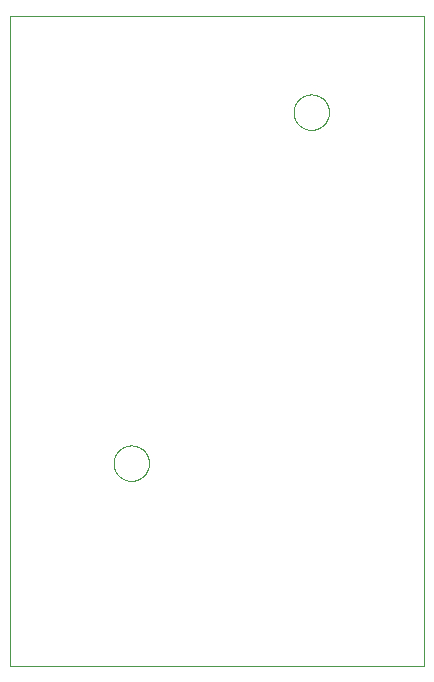
<source format=gko>
G75*
%MOIN*%
%OFA0B0*%
%FSLAX25Y25*%
%IPPOS*%
%LPD*%
%AMOC8*
5,1,8,0,0,1.08239X$1,22.5*
%
%ADD10C,0.00000*%
D10*
X0034765Y0024528D02*
X0034765Y0241064D01*
X0172560Y0241064D01*
X0172560Y0024528D01*
X0034765Y0024528D01*
X0069174Y0092056D02*
X0069176Y0092209D01*
X0069182Y0092363D01*
X0069192Y0092516D01*
X0069206Y0092668D01*
X0069224Y0092821D01*
X0069246Y0092972D01*
X0069271Y0093123D01*
X0069301Y0093274D01*
X0069335Y0093424D01*
X0069372Y0093572D01*
X0069413Y0093720D01*
X0069458Y0093866D01*
X0069507Y0094012D01*
X0069560Y0094156D01*
X0069616Y0094298D01*
X0069676Y0094439D01*
X0069740Y0094579D01*
X0069807Y0094717D01*
X0069878Y0094853D01*
X0069953Y0094987D01*
X0070030Y0095119D01*
X0070112Y0095249D01*
X0070196Y0095377D01*
X0070284Y0095503D01*
X0070375Y0095626D01*
X0070469Y0095747D01*
X0070567Y0095865D01*
X0070667Y0095981D01*
X0070771Y0096094D01*
X0070877Y0096205D01*
X0070986Y0096313D01*
X0071098Y0096418D01*
X0071212Y0096519D01*
X0071330Y0096618D01*
X0071449Y0096714D01*
X0071571Y0096807D01*
X0071696Y0096896D01*
X0071823Y0096983D01*
X0071952Y0097065D01*
X0072083Y0097145D01*
X0072216Y0097221D01*
X0072351Y0097294D01*
X0072488Y0097363D01*
X0072627Y0097428D01*
X0072767Y0097490D01*
X0072909Y0097548D01*
X0073052Y0097603D01*
X0073197Y0097654D01*
X0073343Y0097701D01*
X0073490Y0097744D01*
X0073638Y0097783D01*
X0073787Y0097819D01*
X0073937Y0097850D01*
X0074088Y0097878D01*
X0074239Y0097902D01*
X0074392Y0097922D01*
X0074544Y0097938D01*
X0074697Y0097950D01*
X0074850Y0097958D01*
X0075003Y0097962D01*
X0075157Y0097962D01*
X0075310Y0097958D01*
X0075463Y0097950D01*
X0075616Y0097938D01*
X0075768Y0097922D01*
X0075921Y0097902D01*
X0076072Y0097878D01*
X0076223Y0097850D01*
X0076373Y0097819D01*
X0076522Y0097783D01*
X0076670Y0097744D01*
X0076817Y0097701D01*
X0076963Y0097654D01*
X0077108Y0097603D01*
X0077251Y0097548D01*
X0077393Y0097490D01*
X0077533Y0097428D01*
X0077672Y0097363D01*
X0077809Y0097294D01*
X0077944Y0097221D01*
X0078077Y0097145D01*
X0078208Y0097065D01*
X0078337Y0096983D01*
X0078464Y0096896D01*
X0078589Y0096807D01*
X0078711Y0096714D01*
X0078830Y0096618D01*
X0078948Y0096519D01*
X0079062Y0096418D01*
X0079174Y0096313D01*
X0079283Y0096205D01*
X0079389Y0096094D01*
X0079493Y0095981D01*
X0079593Y0095865D01*
X0079691Y0095747D01*
X0079785Y0095626D01*
X0079876Y0095503D01*
X0079964Y0095377D01*
X0080048Y0095249D01*
X0080130Y0095119D01*
X0080207Y0094987D01*
X0080282Y0094853D01*
X0080353Y0094717D01*
X0080420Y0094579D01*
X0080484Y0094439D01*
X0080544Y0094298D01*
X0080600Y0094156D01*
X0080653Y0094012D01*
X0080702Y0093866D01*
X0080747Y0093720D01*
X0080788Y0093572D01*
X0080825Y0093424D01*
X0080859Y0093274D01*
X0080889Y0093123D01*
X0080914Y0092972D01*
X0080936Y0092821D01*
X0080954Y0092668D01*
X0080968Y0092516D01*
X0080978Y0092363D01*
X0080984Y0092209D01*
X0080986Y0092056D01*
X0080984Y0091903D01*
X0080978Y0091749D01*
X0080968Y0091596D01*
X0080954Y0091444D01*
X0080936Y0091291D01*
X0080914Y0091140D01*
X0080889Y0090989D01*
X0080859Y0090838D01*
X0080825Y0090688D01*
X0080788Y0090540D01*
X0080747Y0090392D01*
X0080702Y0090246D01*
X0080653Y0090100D01*
X0080600Y0089956D01*
X0080544Y0089814D01*
X0080484Y0089673D01*
X0080420Y0089533D01*
X0080353Y0089395D01*
X0080282Y0089259D01*
X0080207Y0089125D01*
X0080130Y0088993D01*
X0080048Y0088863D01*
X0079964Y0088735D01*
X0079876Y0088609D01*
X0079785Y0088486D01*
X0079691Y0088365D01*
X0079593Y0088247D01*
X0079493Y0088131D01*
X0079389Y0088018D01*
X0079283Y0087907D01*
X0079174Y0087799D01*
X0079062Y0087694D01*
X0078948Y0087593D01*
X0078830Y0087494D01*
X0078711Y0087398D01*
X0078589Y0087305D01*
X0078464Y0087216D01*
X0078337Y0087129D01*
X0078208Y0087047D01*
X0078077Y0086967D01*
X0077944Y0086891D01*
X0077809Y0086818D01*
X0077672Y0086749D01*
X0077533Y0086684D01*
X0077393Y0086622D01*
X0077251Y0086564D01*
X0077108Y0086509D01*
X0076963Y0086458D01*
X0076817Y0086411D01*
X0076670Y0086368D01*
X0076522Y0086329D01*
X0076373Y0086293D01*
X0076223Y0086262D01*
X0076072Y0086234D01*
X0075921Y0086210D01*
X0075768Y0086190D01*
X0075616Y0086174D01*
X0075463Y0086162D01*
X0075310Y0086154D01*
X0075157Y0086150D01*
X0075003Y0086150D01*
X0074850Y0086154D01*
X0074697Y0086162D01*
X0074544Y0086174D01*
X0074392Y0086190D01*
X0074239Y0086210D01*
X0074088Y0086234D01*
X0073937Y0086262D01*
X0073787Y0086293D01*
X0073638Y0086329D01*
X0073490Y0086368D01*
X0073343Y0086411D01*
X0073197Y0086458D01*
X0073052Y0086509D01*
X0072909Y0086564D01*
X0072767Y0086622D01*
X0072627Y0086684D01*
X0072488Y0086749D01*
X0072351Y0086818D01*
X0072216Y0086891D01*
X0072083Y0086967D01*
X0071952Y0087047D01*
X0071823Y0087129D01*
X0071696Y0087216D01*
X0071571Y0087305D01*
X0071449Y0087398D01*
X0071330Y0087494D01*
X0071212Y0087593D01*
X0071098Y0087694D01*
X0070986Y0087799D01*
X0070877Y0087907D01*
X0070771Y0088018D01*
X0070667Y0088131D01*
X0070567Y0088247D01*
X0070469Y0088365D01*
X0070375Y0088486D01*
X0070284Y0088609D01*
X0070196Y0088735D01*
X0070112Y0088863D01*
X0070030Y0088993D01*
X0069953Y0089125D01*
X0069878Y0089259D01*
X0069807Y0089395D01*
X0069740Y0089533D01*
X0069676Y0089673D01*
X0069616Y0089814D01*
X0069560Y0089956D01*
X0069507Y0090100D01*
X0069458Y0090246D01*
X0069413Y0090392D01*
X0069372Y0090540D01*
X0069335Y0090688D01*
X0069301Y0090838D01*
X0069271Y0090989D01*
X0069246Y0091140D01*
X0069224Y0091291D01*
X0069206Y0091444D01*
X0069192Y0091596D01*
X0069182Y0091749D01*
X0069176Y0091903D01*
X0069174Y0092056D01*
X0129174Y0209056D02*
X0129176Y0209209D01*
X0129182Y0209363D01*
X0129192Y0209516D01*
X0129206Y0209668D01*
X0129224Y0209821D01*
X0129246Y0209972D01*
X0129271Y0210123D01*
X0129301Y0210274D01*
X0129335Y0210424D01*
X0129372Y0210572D01*
X0129413Y0210720D01*
X0129458Y0210866D01*
X0129507Y0211012D01*
X0129560Y0211156D01*
X0129616Y0211298D01*
X0129676Y0211439D01*
X0129740Y0211579D01*
X0129807Y0211717D01*
X0129878Y0211853D01*
X0129953Y0211987D01*
X0130030Y0212119D01*
X0130112Y0212249D01*
X0130196Y0212377D01*
X0130284Y0212503D01*
X0130375Y0212626D01*
X0130469Y0212747D01*
X0130567Y0212865D01*
X0130667Y0212981D01*
X0130771Y0213094D01*
X0130877Y0213205D01*
X0130986Y0213313D01*
X0131098Y0213418D01*
X0131212Y0213519D01*
X0131330Y0213618D01*
X0131449Y0213714D01*
X0131571Y0213807D01*
X0131696Y0213896D01*
X0131823Y0213983D01*
X0131952Y0214065D01*
X0132083Y0214145D01*
X0132216Y0214221D01*
X0132351Y0214294D01*
X0132488Y0214363D01*
X0132627Y0214428D01*
X0132767Y0214490D01*
X0132909Y0214548D01*
X0133052Y0214603D01*
X0133197Y0214654D01*
X0133343Y0214701D01*
X0133490Y0214744D01*
X0133638Y0214783D01*
X0133787Y0214819D01*
X0133937Y0214850D01*
X0134088Y0214878D01*
X0134239Y0214902D01*
X0134392Y0214922D01*
X0134544Y0214938D01*
X0134697Y0214950D01*
X0134850Y0214958D01*
X0135003Y0214962D01*
X0135157Y0214962D01*
X0135310Y0214958D01*
X0135463Y0214950D01*
X0135616Y0214938D01*
X0135768Y0214922D01*
X0135921Y0214902D01*
X0136072Y0214878D01*
X0136223Y0214850D01*
X0136373Y0214819D01*
X0136522Y0214783D01*
X0136670Y0214744D01*
X0136817Y0214701D01*
X0136963Y0214654D01*
X0137108Y0214603D01*
X0137251Y0214548D01*
X0137393Y0214490D01*
X0137533Y0214428D01*
X0137672Y0214363D01*
X0137809Y0214294D01*
X0137944Y0214221D01*
X0138077Y0214145D01*
X0138208Y0214065D01*
X0138337Y0213983D01*
X0138464Y0213896D01*
X0138589Y0213807D01*
X0138711Y0213714D01*
X0138830Y0213618D01*
X0138948Y0213519D01*
X0139062Y0213418D01*
X0139174Y0213313D01*
X0139283Y0213205D01*
X0139389Y0213094D01*
X0139493Y0212981D01*
X0139593Y0212865D01*
X0139691Y0212747D01*
X0139785Y0212626D01*
X0139876Y0212503D01*
X0139964Y0212377D01*
X0140048Y0212249D01*
X0140130Y0212119D01*
X0140207Y0211987D01*
X0140282Y0211853D01*
X0140353Y0211717D01*
X0140420Y0211579D01*
X0140484Y0211439D01*
X0140544Y0211298D01*
X0140600Y0211156D01*
X0140653Y0211012D01*
X0140702Y0210866D01*
X0140747Y0210720D01*
X0140788Y0210572D01*
X0140825Y0210424D01*
X0140859Y0210274D01*
X0140889Y0210123D01*
X0140914Y0209972D01*
X0140936Y0209821D01*
X0140954Y0209668D01*
X0140968Y0209516D01*
X0140978Y0209363D01*
X0140984Y0209209D01*
X0140986Y0209056D01*
X0140984Y0208903D01*
X0140978Y0208749D01*
X0140968Y0208596D01*
X0140954Y0208444D01*
X0140936Y0208291D01*
X0140914Y0208140D01*
X0140889Y0207989D01*
X0140859Y0207838D01*
X0140825Y0207688D01*
X0140788Y0207540D01*
X0140747Y0207392D01*
X0140702Y0207246D01*
X0140653Y0207100D01*
X0140600Y0206956D01*
X0140544Y0206814D01*
X0140484Y0206673D01*
X0140420Y0206533D01*
X0140353Y0206395D01*
X0140282Y0206259D01*
X0140207Y0206125D01*
X0140130Y0205993D01*
X0140048Y0205863D01*
X0139964Y0205735D01*
X0139876Y0205609D01*
X0139785Y0205486D01*
X0139691Y0205365D01*
X0139593Y0205247D01*
X0139493Y0205131D01*
X0139389Y0205018D01*
X0139283Y0204907D01*
X0139174Y0204799D01*
X0139062Y0204694D01*
X0138948Y0204593D01*
X0138830Y0204494D01*
X0138711Y0204398D01*
X0138589Y0204305D01*
X0138464Y0204216D01*
X0138337Y0204129D01*
X0138208Y0204047D01*
X0138077Y0203967D01*
X0137944Y0203891D01*
X0137809Y0203818D01*
X0137672Y0203749D01*
X0137533Y0203684D01*
X0137393Y0203622D01*
X0137251Y0203564D01*
X0137108Y0203509D01*
X0136963Y0203458D01*
X0136817Y0203411D01*
X0136670Y0203368D01*
X0136522Y0203329D01*
X0136373Y0203293D01*
X0136223Y0203262D01*
X0136072Y0203234D01*
X0135921Y0203210D01*
X0135768Y0203190D01*
X0135616Y0203174D01*
X0135463Y0203162D01*
X0135310Y0203154D01*
X0135157Y0203150D01*
X0135003Y0203150D01*
X0134850Y0203154D01*
X0134697Y0203162D01*
X0134544Y0203174D01*
X0134392Y0203190D01*
X0134239Y0203210D01*
X0134088Y0203234D01*
X0133937Y0203262D01*
X0133787Y0203293D01*
X0133638Y0203329D01*
X0133490Y0203368D01*
X0133343Y0203411D01*
X0133197Y0203458D01*
X0133052Y0203509D01*
X0132909Y0203564D01*
X0132767Y0203622D01*
X0132627Y0203684D01*
X0132488Y0203749D01*
X0132351Y0203818D01*
X0132216Y0203891D01*
X0132083Y0203967D01*
X0131952Y0204047D01*
X0131823Y0204129D01*
X0131696Y0204216D01*
X0131571Y0204305D01*
X0131449Y0204398D01*
X0131330Y0204494D01*
X0131212Y0204593D01*
X0131098Y0204694D01*
X0130986Y0204799D01*
X0130877Y0204907D01*
X0130771Y0205018D01*
X0130667Y0205131D01*
X0130567Y0205247D01*
X0130469Y0205365D01*
X0130375Y0205486D01*
X0130284Y0205609D01*
X0130196Y0205735D01*
X0130112Y0205863D01*
X0130030Y0205993D01*
X0129953Y0206125D01*
X0129878Y0206259D01*
X0129807Y0206395D01*
X0129740Y0206533D01*
X0129676Y0206673D01*
X0129616Y0206814D01*
X0129560Y0206956D01*
X0129507Y0207100D01*
X0129458Y0207246D01*
X0129413Y0207392D01*
X0129372Y0207540D01*
X0129335Y0207688D01*
X0129301Y0207838D01*
X0129271Y0207989D01*
X0129246Y0208140D01*
X0129224Y0208291D01*
X0129206Y0208444D01*
X0129192Y0208596D01*
X0129182Y0208749D01*
X0129176Y0208903D01*
X0129174Y0209056D01*
M02*

</source>
